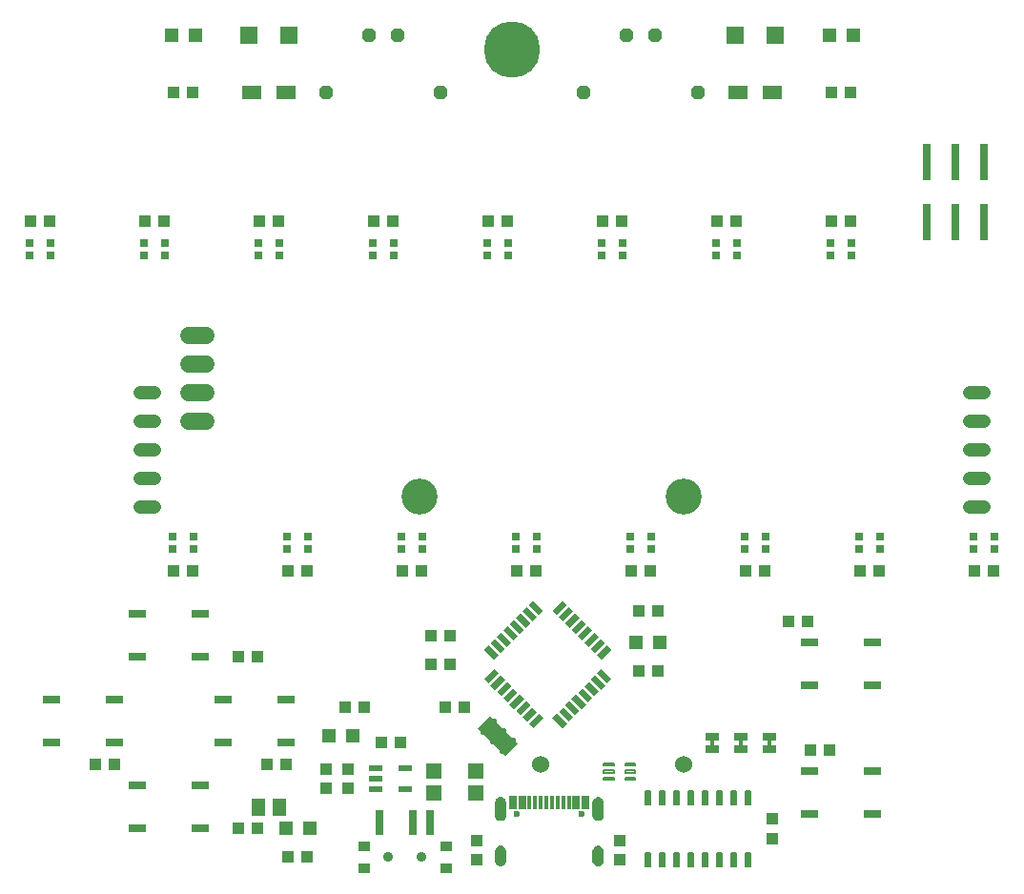
<source format=gbr>
G04 EAGLE Gerber RS-274X export*
G75*
%MOMM*%
%FSLAX34Y34*%
%LPD*%
%INSoldermask Top*%
%IPPOS*%
%AMOC8*
5,1,8,0,0,1.08239X$1,22.5*%
G01*
%ADD10C,5.000000*%
%ADD11R,1.100000X1.000000*%
%ADD12R,1.075000X1.000000*%
%ADD13R,1.240000X1.500000*%
%ADD14R,1.200000X1.200000*%
%ADD15R,1.400000X1.400000*%
%ADD16C,0.450000*%
%ADD17R,3.495041X1.534159*%
%ADD18R,1.000000X1.075000*%
%ADD19R,1.524000X0.762000*%
%ADD20C,1.219200*%
%ADD21R,1.270000X0.558800*%
%ADD22R,0.558800X1.270000*%
%ADD23R,0.700000X0.700000*%
%ADD24R,1.200000X0.550000*%
%ADD25R,0.762000X2.209800*%
%ADD26R,0.990600X0.812800*%
%ADD27C,0.900000*%
%ADD28C,1.524000*%
%ADD29C,3.200000*%
%ADD30C,0.155000*%
%ADD31C,0.195000*%
%ADD32C,1.524000*%
%ADD33R,1.270000X0.660400*%
%ADD34P,1.319650X8X202.500000*%
%ADD35P,1.319650X8X22.500000*%
%ADD36R,1.500000X1.500000*%
%ADD37R,1.800000X1.200000*%
%ADD38R,1.000000X1.100000*%
%ADD39R,0.400000X1.240000*%
%ADD40R,0.700000X1.240000*%
%ADD41C,0.600000*%
%ADD42R,0.736600X3.251200*%

G36*
X521888Y51596D02*
X521888Y51596D01*
X521894Y51602D01*
X521899Y51599D01*
X522956Y51969D01*
X522960Y51976D01*
X522966Y51973D01*
X523914Y52569D01*
X523917Y52577D01*
X523922Y52576D01*
X524714Y53368D01*
X524715Y53376D01*
X524721Y53376D01*
X525317Y54324D01*
X525316Y54333D01*
X525321Y54334D01*
X525691Y55391D01*
X525690Y55395D01*
X525692Y55397D01*
X525690Y55400D01*
X525694Y55402D01*
X525819Y56515D01*
X525817Y56518D01*
X525819Y56520D01*
X525819Y67520D01*
X525817Y67523D01*
X525819Y67526D01*
X525694Y68638D01*
X525688Y68644D01*
X525691Y68649D01*
X525321Y69706D01*
X525315Y69710D01*
X525317Y69716D01*
X524721Y70664D01*
X524713Y70667D01*
X524714Y70672D01*
X523922Y71464D01*
X523914Y71465D01*
X523914Y71471D01*
X522966Y72067D01*
X522957Y72066D01*
X522956Y72071D01*
X521899Y72441D01*
X521891Y72439D01*
X521888Y72444D01*
X520776Y72569D01*
X520769Y72565D01*
X520765Y72569D01*
X519662Y72456D01*
X519657Y72451D01*
X519655Y72451D01*
X519652Y72454D01*
X518602Y72098D01*
X518597Y72091D01*
X518592Y72093D01*
X517647Y71513D01*
X517644Y71506D01*
X517638Y71506D01*
X516847Y70731D01*
X516845Y70722D01*
X516840Y70722D01*
X516240Y69789D01*
X516241Y69781D01*
X516236Y69780D01*
X515859Y68737D01*
X515861Y68729D01*
X515856Y68726D01*
X515721Y67626D01*
X515723Y67622D01*
X515721Y67620D01*
X515721Y56620D01*
X515723Y56617D01*
X515721Y56615D01*
X515837Y55490D01*
X515842Y55484D01*
X515839Y55479D01*
X516202Y54408D01*
X516209Y54404D01*
X516206Y54398D01*
X516799Y53435D01*
X516806Y53432D01*
X516805Y53426D01*
X517597Y52618D01*
X517605Y52617D01*
X517606Y52612D01*
X518557Y52000D01*
X518565Y52001D01*
X518567Y51996D01*
X519631Y51611D01*
X519639Y51614D01*
X519642Y51609D01*
X520764Y51471D01*
X520771Y51475D01*
X520776Y51471D01*
X521888Y51596D01*
G37*
G36*
X435388Y51596D02*
X435388Y51596D01*
X435394Y51602D01*
X435399Y51599D01*
X436456Y51969D01*
X436460Y51976D01*
X436466Y51973D01*
X437414Y52569D01*
X437417Y52577D01*
X437422Y52576D01*
X438214Y53368D01*
X438215Y53376D01*
X438221Y53376D01*
X438817Y54324D01*
X438816Y54333D01*
X438821Y54334D01*
X439191Y55391D01*
X439190Y55395D01*
X439192Y55397D01*
X439190Y55400D01*
X439194Y55402D01*
X439319Y56515D01*
X439317Y56518D01*
X439319Y56520D01*
X439319Y67520D01*
X439317Y67523D01*
X439319Y67526D01*
X439194Y68638D01*
X439188Y68644D01*
X439191Y68649D01*
X438821Y69706D01*
X438815Y69710D01*
X438817Y69716D01*
X438221Y70664D01*
X438213Y70667D01*
X438214Y70672D01*
X437422Y71464D01*
X437414Y71465D01*
X437414Y71471D01*
X436466Y72067D01*
X436457Y72066D01*
X436456Y72071D01*
X435399Y72441D01*
X435391Y72439D01*
X435388Y72444D01*
X434276Y72569D01*
X434268Y72565D01*
X434265Y72569D01*
X433152Y72444D01*
X433146Y72438D01*
X433141Y72441D01*
X432084Y72071D01*
X432080Y72065D01*
X432074Y72067D01*
X431126Y71471D01*
X431123Y71463D01*
X431118Y71464D01*
X430326Y70672D01*
X430325Y70664D01*
X430319Y70664D01*
X429723Y69716D01*
X429724Y69709D01*
X429720Y69707D01*
X429720Y69706D01*
X429719Y69706D01*
X429349Y68649D01*
X429351Y68641D01*
X429346Y68638D01*
X429221Y67526D01*
X429223Y67522D01*
X429221Y67520D01*
X429221Y56520D01*
X429223Y56517D01*
X429221Y56515D01*
X429346Y55402D01*
X429352Y55396D01*
X429349Y55391D01*
X429719Y54334D01*
X429726Y54330D01*
X429723Y54324D01*
X430319Y53376D01*
X430327Y53373D01*
X430326Y53368D01*
X431118Y52576D01*
X431126Y52575D01*
X431126Y52569D01*
X432074Y51973D01*
X432083Y51974D01*
X432084Y51969D01*
X433141Y51599D01*
X433149Y51601D01*
X433152Y51596D01*
X434265Y51471D01*
X434272Y51475D01*
X434276Y51471D01*
X435388Y51596D01*
G37*
G36*
X435388Y11396D02*
X435388Y11396D01*
X435394Y11402D01*
X435399Y11399D01*
X436456Y11769D01*
X436460Y11776D01*
X436466Y11773D01*
X437414Y12369D01*
X437417Y12377D01*
X437422Y12376D01*
X438214Y13168D01*
X438215Y13176D01*
X438221Y13176D01*
X438817Y14124D01*
X438816Y14133D01*
X438821Y14134D01*
X439191Y15191D01*
X439190Y15195D01*
X439192Y15197D01*
X439190Y15200D01*
X439194Y15202D01*
X439319Y16315D01*
X439317Y16318D01*
X439319Y16320D01*
X439319Y24320D01*
X439317Y24323D01*
X439319Y24326D01*
X439194Y25438D01*
X439188Y25444D01*
X439191Y25449D01*
X438821Y26506D01*
X438815Y26510D01*
X438817Y26516D01*
X438221Y27464D01*
X438213Y27467D01*
X438214Y27472D01*
X437422Y28264D01*
X437414Y28265D01*
X437414Y28271D01*
X436466Y28867D01*
X436457Y28866D01*
X436456Y28871D01*
X435399Y29241D01*
X435391Y29239D01*
X435388Y29244D01*
X434276Y29369D01*
X434268Y29365D01*
X434265Y29369D01*
X433152Y29244D01*
X433146Y29238D01*
X433141Y29241D01*
X432084Y28871D01*
X432080Y28865D01*
X432074Y28867D01*
X431126Y28271D01*
X431123Y28263D01*
X431118Y28264D01*
X430326Y27472D01*
X430325Y27464D01*
X430319Y27464D01*
X429723Y26516D01*
X429724Y26507D01*
X429719Y26506D01*
X429349Y25449D01*
X429351Y25441D01*
X429346Y25438D01*
X429221Y24326D01*
X429223Y24322D01*
X429221Y24320D01*
X429221Y16320D01*
X429223Y16317D01*
X429221Y16315D01*
X429346Y15202D01*
X429352Y15196D01*
X429349Y15191D01*
X429719Y14134D01*
X429726Y14130D01*
X429723Y14124D01*
X430319Y13176D01*
X430327Y13173D01*
X430326Y13168D01*
X431118Y12376D01*
X431126Y12375D01*
X431126Y12369D01*
X432074Y11773D01*
X432083Y11774D01*
X432084Y11769D01*
X433141Y11399D01*
X433149Y11401D01*
X433152Y11396D01*
X434265Y11271D01*
X434272Y11275D01*
X434276Y11271D01*
X435388Y11396D01*
G37*
G36*
X521888Y11396D02*
X521888Y11396D01*
X521894Y11402D01*
X521899Y11399D01*
X522956Y11769D01*
X522960Y11776D01*
X522966Y11773D01*
X523914Y12369D01*
X523917Y12377D01*
X523922Y12376D01*
X524714Y13168D01*
X524715Y13176D01*
X524721Y13176D01*
X525317Y14124D01*
X525316Y14133D01*
X525321Y14134D01*
X525691Y15191D01*
X525690Y15195D01*
X525692Y15197D01*
X525690Y15200D01*
X525694Y15202D01*
X525819Y16315D01*
X525817Y16318D01*
X525819Y16320D01*
X525819Y24320D01*
X525817Y24323D01*
X525819Y24326D01*
X525694Y25438D01*
X525688Y25444D01*
X525691Y25449D01*
X525321Y26506D01*
X525315Y26510D01*
X525317Y26516D01*
X524721Y27464D01*
X524713Y27467D01*
X524714Y27472D01*
X523922Y28264D01*
X523914Y28265D01*
X523914Y28271D01*
X522966Y28867D01*
X522957Y28866D01*
X522956Y28871D01*
X521899Y29241D01*
X521891Y29239D01*
X521888Y29244D01*
X520776Y29369D01*
X520768Y29365D01*
X520765Y29369D01*
X519652Y29244D01*
X519646Y29238D01*
X519641Y29241D01*
X518584Y28871D01*
X518580Y28865D01*
X518574Y28867D01*
X517626Y28271D01*
X517623Y28263D01*
X517618Y28264D01*
X516826Y27472D01*
X516825Y27464D01*
X516819Y27464D01*
X516223Y26516D01*
X516224Y26507D01*
X516219Y26506D01*
X515849Y25449D01*
X515851Y25441D01*
X515846Y25438D01*
X515721Y24326D01*
X515723Y24322D01*
X515721Y24320D01*
X515721Y16320D01*
X515723Y16317D01*
X515721Y16315D01*
X515846Y15202D01*
X515852Y15196D01*
X515849Y15191D01*
X516219Y14134D01*
X516226Y14130D01*
X516223Y14124D01*
X516819Y13176D01*
X516827Y13173D01*
X516826Y13168D01*
X517618Y12376D01*
X517626Y12375D01*
X517626Y12369D01*
X518574Y11773D01*
X518583Y11774D01*
X518584Y11769D01*
X519641Y11399D01*
X519649Y11401D01*
X519652Y11396D01*
X520765Y11271D01*
X520772Y11275D01*
X520776Y11271D01*
X521888Y11396D01*
G37*
G36*
X623635Y118122D02*
X623635Y118122D01*
X623701Y118124D01*
X623744Y118142D01*
X623791Y118150D01*
X623848Y118184D01*
X623908Y118209D01*
X623943Y118240D01*
X623984Y118265D01*
X624026Y118316D01*
X624074Y118360D01*
X624096Y118402D01*
X624125Y118439D01*
X624146Y118501D01*
X624177Y118560D01*
X624185Y118614D01*
X624197Y118651D01*
X624196Y118691D01*
X624204Y118745D01*
X624204Y122555D01*
X624193Y122620D01*
X624191Y122686D01*
X624173Y122729D01*
X624165Y122776D01*
X624131Y122833D01*
X624106Y122893D01*
X624075Y122928D01*
X624050Y122969D01*
X623999Y123011D01*
X623955Y123059D01*
X623913Y123081D01*
X623876Y123110D01*
X623814Y123131D01*
X623755Y123162D01*
X623701Y123170D01*
X623664Y123182D01*
X623624Y123181D01*
X623570Y123189D01*
X621030Y123189D01*
X620965Y123178D01*
X620899Y123176D01*
X620856Y123158D01*
X620809Y123150D01*
X620752Y123116D01*
X620692Y123091D01*
X620657Y123060D01*
X620616Y123035D01*
X620575Y122984D01*
X620526Y122940D01*
X620504Y122898D01*
X620475Y122861D01*
X620454Y122799D01*
X620423Y122740D01*
X620415Y122686D01*
X620403Y122649D01*
X620403Y122645D01*
X620403Y122644D01*
X620404Y122609D01*
X620396Y122555D01*
X620396Y118745D01*
X620407Y118680D01*
X620409Y118614D01*
X620427Y118571D01*
X620435Y118524D01*
X620469Y118467D01*
X620494Y118407D01*
X620525Y118372D01*
X620550Y118331D01*
X620601Y118290D01*
X620645Y118241D01*
X620687Y118219D01*
X620724Y118190D01*
X620786Y118169D01*
X620845Y118138D01*
X620899Y118130D01*
X620936Y118118D01*
X620976Y118119D01*
X621030Y118111D01*
X623570Y118111D01*
X623635Y118122D01*
G37*
G36*
X674435Y118122D02*
X674435Y118122D01*
X674501Y118124D01*
X674544Y118142D01*
X674591Y118150D01*
X674648Y118184D01*
X674708Y118209D01*
X674743Y118240D01*
X674784Y118265D01*
X674826Y118316D01*
X674874Y118360D01*
X674896Y118402D01*
X674925Y118439D01*
X674946Y118501D01*
X674977Y118560D01*
X674985Y118614D01*
X674997Y118651D01*
X674996Y118691D01*
X675004Y118745D01*
X675004Y122555D01*
X674993Y122620D01*
X674991Y122686D01*
X674973Y122729D01*
X674965Y122776D01*
X674931Y122833D01*
X674906Y122893D01*
X674875Y122928D01*
X674850Y122969D01*
X674799Y123011D01*
X674755Y123059D01*
X674713Y123081D01*
X674676Y123110D01*
X674614Y123131D01*
X674555Y123162D01*
X674501Y123170D01*
X674464Y123182D01*
X674424Y123181D01*
X674370Y123189D01*
X671830Y123189D01*
X671765Y123178D01*
X671699Y123176D01*
X671656Y123158D01*
X671609Y123150D01*
X671552Y123116D01*
X671492Y123091D01*
X671457Y123060D01*
X671416Y123035D01*
X671375Y122984D01*
X671326Y122940D01*
X671304Y122898D01*
X671275Y122861D01*
X671254Y122799D01*
X671223Y122740D01*
X671215Y122686D01*
X671203Y122649D01*
X671203Y122645D01*
X671203Y122644D01*
X671204Y122609D01*
X671196Y122555D01*
X671196Y118745D01*
X671207Y118680D01*
X671209Y118614D01*
X671227Y118571D01*
X671235Y118524D01*
X671269Y118467D01*
X671294Y118407D01*
X671325Y118372D01*
X671350Y118331D01*
X671401Y118290D01*
X671445Y118241D01*
X671487Y118219D01*
X671524Y118190D01*
X671586Y118169D01*
X671645Y118138D01*
X671699Y118130D01*
X671736Y118118D01*
X671776Y118119D01*
X671830Y118111D01*
X674370Y118111D01*
X674435Y118122D01*
G37*
G36*
X649035Y118122D02*
X649035Y118122D01*
X649101Y118124D01*
X649144Y118142D01*
X649191Y118150D01*
X649248Y118184D01*
X649308Y118209D01*
X649343Y118240D01*
X649384Y118265D01*
X649426Y118316D01*
X649474Y118360D01*
X649496Y118402D01*
X649525Y118439D01*
X649546Y118501D01*
X649577Y118560D01*
X649585Y118614D01*
X649597Y118651D01*
X649596Y118691D01*
X649604Y118745D01*
X649604Y122555D01*
X649593Y122620D01*
X649591Y122686D01*
X649573Y122729D01*
X649565Y122776D01*
X649531Y122833D01*
X649506Y122893D01*
X649475Y122928D01*
X649450Y122969D01*
X649399Y123011D01*
X649355Y123059D01*
X649313Y123081D01*
X649276Y123110D01*
X649214Y123131D01*
X649155Y123162D01*
X649101Y123170D01*
X649064Y123182D01*
X649024Y123181D01*
X648970Y123189D01*
X646430Y123189D01*
X646365Y123178D01*
X646299Y123176D01*
X646256Y123158D01*
X646209Y123150D01*
X646152Y123116D01*
X646092Y123091D01*
X646057Y123060D01*
X646016Y123035D01*
X645975Y122984D01*
X645926Y122940D01*
X645904Y122898D01*
X645875Y122861D01*
X645854Y122799D01*
X645823Y122740D01*
X645815Y122686D01*
X645803Y122649D01*
X645803Y122645D01*
X645803Y122644D01*
X645804Y122609D01*
X645796Y122555D01*
X645796Y118745D01*
X645807Y118680D01*
X645809Y118614D01*
X645827Y118571D01*
X645835Y118524D01*
X645869Y118467D01*
X645894Y118407D01*
X645925Y118372D01*
X645950Y118331D01*
X646001Y118290D01*
X646045Y118241D01*
X646087Y118219D01*
X646124Y118190D01*
X646186Y118169D01*
X646245Y118138D01*
X646299Y118130D01*
X646336Y118118D01*
X646376Y118119D01*
X646430Y118111D01*
X648970Y118111D01*
X649035Y118122D01*
G37*
D10*
X444500Y736600D03*
D11*
X573650Y237490D03*
X556650Y237490D03*
X389500Y215900D03*
X372500Y215900D03*
D12*
X296300Y152400D03*
X313300Y152400D03*
D13*
X219100Y63500D03*
X238100Y63500D03*
D11*
X385200Y152400D03*
X402200Y152400D03*
D14*
X281600Y127000D03*
X302600Y127000D03*
D15*
X375200Y95250D03*
X412200Y95250D03*
D14*
X243500Y44450D03*
X264500Y44450D03*
D16*
X418171Y130341D02*
X428459Y140629D01*
X436944Y132144D02*
X426656Y121856D01*
X435141Y113371D02*
X445429Y123659D01*
D17*
G36*
X438696Y109220D02*
X413984Y133932D01*
X424832Y144780D01*
X449544Y120068D01*
X438696Y109220D01*
G37*
D12*
X245500Y19050D03*
X262500Y19050D03*
D18*
X279400Y97400D03*
X279400Y80400D03*
D11*
X389500Y190500D03*
X372500Y190500D03*
X556650Y184150D03*
X573650Y184150D03*
D18*
X298450Y80400D03*
X298450Y97400D03*
D19*
X764540Y171450D03*
X708660Y171450D03*
X764540Y209550D03*
X708660Y209550D03*
X764540Y57150D03*
X708660Y57150D03*
X764540Y95250D03*
X708660Y95250D03*
X111760Y234950D03*
X167640Y234950D03*
X111760Y196850D03*
X167640Y196850D03*
X111760Y82550D03*
X167640Y82550D03*
X111760Y44450D03*
X167640Y44450D03*
X35560Y158750D03*
X91440Y158750D03*
X35560Y120650D03*
X91440Y120650D03*
X187960Y158750D03*
X243840Y158750D03*
X187960Y120650D03*
X243840Y120650D03*
D20*
X851154Y431800D02*
X863346Y431800D01*
X863346Y406400D02*
X851154Y406400D01*
X851154Y381000D02*
X863346Y381000D01*
X863346Y355600D02*
X851154Y355600D01*
X851154Y330200D02*
X863346Y330200D01*
X126746Y330200D02*
X114554Y330200D01*
X114554Y355600D02*
X126746Y355600D01*
X126746Y381000D02*
X114554Y381000D01*
X114554Y406400D02*
X126746Y406400D01*
X126746Y431800D02*
X114554Y431800D01*
D21*
G36*
X432563Y182460D02*
X423584Y173481D01*
X419633Y177432D01*
X428612Y186411D01*
X432563Y182460D01*
G37*
G36*
X438220Y176803D02*
X429241Y167824D01*
X425290Y171775D01*
X434269Y180754D01*
X438220Y176803D01*
G37*
G36*
X443876Y171146D02*
X434897Y162167D01*
X430946Y166118D01*
X439925Y175097D01*
X443876Y171146D01*
G37*
G36*
X449533Y165489D02*
X440554Y156510D01*
X436603Y160461D01*
X445582Y169440D01*
X449533Y165489D01*
G37*
G36*
X455190Y159832D02*
X446211Y150853D01*
X442260Y154804D01*
X451239Y163783D01*
X455190Y159832D01*
G37*
G36*
X460847Y154175D02*
X451868Y145196D01*
X447917Y149147D01*
X456896Y158126D01*
X460847Y154175D01*
G37*
G36*
X466504Y148519D02*
X457525Y139540D01*
X453574Y143491D01*
X462553Y152470D01*
X466504Y148519D01*
G37*
G36*
X472161Y142862D02*
X463182Y133883D01*
X459231Y137834D01*
X468210Y146813D01*
X472161Y142862D01*
G37*
D22*
G36*
X493269Y137834D02*
X489318Y133883D01*
X480339Y142862D01*
X484290Y146813D01*
X493269Y137834D01*
G37*
G36*
X498926Y143491D02*
X494975Y139540D01*
X485996Y148519D01*
X489947Y152470D01*
X498926Y143491D01*
G37*
G36*
X504583Y149147D02*
X500632Y145196D01*
X491653Y154175D01*
X495604Y158126D01*
X504583Y149147D01*
G37*
G36*
X510240Y154804D02*
X506289Y150853D01*
X497310Y159832D01*
X501261Y163783D01*
X510240Y154804D01*
G37*
G36*
X515897Y160461D02*
X511946Y156510D01*
X502967Y165489D01*
X506918Y169440D01*
X515897Y160461D01*
G37*
G36*
X521554Y166118D02*
X517603Y162167D01*
X508624Y171146D01*
X512575Y175097D01*
X521554Y166118D01*
G37*
G36*
X527210Y171775D02*
X523259Y167824D01*
X514280Y176803D01*
X518231Y180754D01*
X527210Y171775D01*
G37*
G36*
X532867Y177432D02*
X528916Y173481D01*
X519937Y182460D01*
X523888Y186411D01*
X532867Y177432D01*
G37*
D21*
G36*
X532867Y203568D02*
X523888Y194589D01*
X519937Y198540D01*
X528916Y207519D01*
X532867Y203568D01*
G37*
G36*
X527210Y209225D02*
X518231Y200246D01*
X514280Y204197D01*
X523259Y213176D01*
X527210Y209225D01*
G37*
G36*
X521554Y214882D02*
X512575Y205903D01*
X508624Y209854D01*
X517603Y218833D01*
X521554Y214882D01*
G37*
G36*
X515897Y220539D02*
X506918Y211560D01*
X502967Y215511D01*
X511946Y224490D01*
X515897Y220539D01*
G37*
G36*
X510240Y226196D02*
X501261Y217217D01*
X497310Y221168D01*
X506289Y230147D01*
X510240Y226196D01*
G37*
G36*
X504583Y231853D02*
X495604Y222874D01*
X491653Y226825D01*
X500632Y235804D01*
X504583Y231853D01*
G37*
G36*
X498926Y237509D02*
X489947Y228530D01*
X485996Y232481D01*
X494975Y241460D01*
X498926Y237509D01*
G37*
G36*
X493269Y243166D02*
X484290Y234187D01*
X480339Y238138D01*
X489318Y247117D01*
X493269Y243166D01*
G37*
D22*
G36*
X472161Y238138D02*
X468210Y234187D01*
X459231Y243166D01*
X463182Y247117D01*
X472161Y238138D01*
G37*
G36*
X466504Y232481D02*
X462553Y228530D01*
X453574Y237509D01*
X457525Y241460D01*
X466504Y232481D01*
G37*
G36*
X460847Y226825D02*
X456896Y222874D01*
X447917Y231853D01*
X451868Y235804D01*
X460847Y226825D01*
G37*
G36*
X455190Y221168D02*
X451239Y217217D01*
X442260Y226196D01*
X446211Y230147D01*
X455190Y221168D01*
G37*
G36*
X449533Y215511D02*
X445582Y211560D01*
X436603Y220539D01*
X440554Y224490D01*
X449533Y215511D01*
G37*
G36*
X443876Y209854D02*
X439925Y205903D01*
X430946Y214882D01*
X434897Y218833D01*
X443876Y209854D01*
G37*
G36*
X438220Y204197D02*
X434269Y200246D01*
X425290Y209225D01*
X429241Y213176D01*
X438220Y204197D01*
G37*
G36*
X432563Y198540D02*
X428612Y194589D01*
X419633Y203568D01*
X423584Y207519D01*
X432563Y198540D01*
G37*
D23*
X321050Y564300D03*
X321050Y553300D03*
X339350Y553300D03*
X339350Y564300D03*
X422650Y564300D03*
X422650Y553300D03*
X440950Y553300D03*
X440950Y564300D03*
X524250Y564300D03*
X524250Y553300D03*
X542550Y553300D03*
X542550Y564300D03*
X625850Y564300D03*
X625850Y553300D03*
X644150Y553300D03*
X644150Y564300D03*
X727450Y564300D03*
X727450Y553300D03*
X745750Y553300D03*
X745750Y564300D03*
X872750Y292950D03*
X872750Y303950D03*
X854450Y303950D03*
X854450Y292950D03*
X771150Y292950D03*
X771150Y303950D03*
X752850Y303950D03*
X752850Y292950D03*
X669550Y292950D03*
X669550Y303950D03*
X651250Y303950D03*
X651250Y292950D03*
X567950Y292950D03*
X567950Y303950D03*
X549650Y303950D03*
X549650Y292950D03*
X466350Y292950D03*
X466350Y303950D03*
X448050Y303950D03*
X448050Y292950D03*
D24*
X323549Y98400D03*
X323549Y88900D03*
X323549Y79400D03*
X349551Y79400D03*
X349551Y98400D03*
D23*
X364750Y292950D03*
X364750Y303950D03*
X346450Y303950D03*
X346450Y292950D03*
X16250Y564300D03*
X16250Y553300D03*
X34550Y553300D03*
X34550Y564300D03*
X117850Y564300D03*
X117850Y553300D03*
X136150Y553300D03*
X136150Y564300D03*
D25*
X371750Y50057D03*
X356750Y50057D03*
X326750Y50057D03*
D26*
X312750Y9400D03*
X312750Y28700D03*
X385750Y9400D03*
X385750Y28700D03*
D27*
X334264Y19050D03*
X364236Y19050D03*
D28*
X596900Y101600D03*
X469900Y101600D03*
D29*
X596900Y339090D03*
X361950Y339090D03*
D30*
X651725Y77725D02*
X651725Y66175D01*
X651725Y77725D02*
X656375Y77725D01*
X656375Y66175D01*
X651725Y66175D01*
X651725Y67647D02*
X656375Y67647D01*
X656375Y69119D02*
X651725Y69119D01*
X651725Y70591D02*
X656375Y70591D01*
X656375Y72063D02*
X651725Y72063D01*
X651725Y73535D02*
X656375Y73535D01*
X656375Y75007D02*
X651725Y75007D01*
X651725Y76479D02*
X656375Y76479D01*
X639025Y77725D02*
X639025Y66175D01*
X639025Y77725D02*
X643675Y77725D01*
X643675Y66175D01*
X639025Y66175D01*
X639025Y67647D02*
X643675Y67647D01*
X643675Y69119D02*
X639025Y69119D01*
X639025Y70591D02*
X643675Y70591D01*
X643675Y72063D02*
X639025Y72063D01*
X639025Y73535D02*
X643675Y73535D01*
X643675Y75007D02*
X639025Y75007D01*
X639025Y76479D02*
X643675Y76479D01*
X626325Y77725D02*
X626325Y66175D01*
X626325Y77725D02*
X630975Y77725D01*
X630975Y66175D01*
X626325Y66175D01*
X626325Y67647D02*
X630975Y67647D01*
X630975Y69119D02*
X626325Y69119D01*
X626325Y70591D02*
X630975Y70591D01*
X630975Y72063D02*
X626325Y72063D01*
X626325Y73535D02*
X630975Y73535D01*
X630975Y75007D02*
X626325Y75007D01*
X626325Y76479D02*
X630975Y76479D01*
X613625Y77725D02*
X613625Y66175D01*
X613625Y77725D02*
X618275Y77725D01*
X618275Y66175D01*
X613625Y66175D01*
X613625Y67647D02*
X618275Y67647D01*
X618275Y69119D02*
X613625Y69119D01*
X613625Y70591D02*
X618275Y70591D01*
X618275Y72063D02*
X613625Y72063D01*
X613625Y73535D02*
X618275Y73535D01*
X618275Y75007D02*
X613625Y75007D01*
X613625Y76479D02*
X618275Y76479D01*
X600925Y77725D02*
X600925Y66175D01*
X600925Y77725D02*
X605575Y77725D01*
X605575Y66175D01*
X600925Y66175D01*
X600925Y67647D02*
X605575Y67647D01*
X605575Y69119D02*
X600925Y69119D01*
X600925Y70591D02*
X605575Y70591D01*
X605575Y72063D02*
X600925Y72063D01*
X600925Y73535D02*
X605575Y73535D01*
X605575Y75007D02*
X600925Y75007D01*
X600925Y76479D02*
X605575Y76479D01*
X588225Y77725D02*
X588225Y66175D01*
X588225Y77725D02*
X592875Y77725D01*
X592875Y66175D01*
X588225Y66175D01*
X588225Y67647D02*
X592875Y67647D01*
X592875Y69119D02*
X588225Y69119D01*
X588225Y70591D02*
X592875Y70591D01*
X592875Y72063D02*
X588225Y72063D01*
X588225Y73535D02*
X592875Y73535D01*
X592875Y75007D02*
X588225Y75007D01*
X588225Y76479D02*
X592875Y76479D01*
X575525Y77725D02*
X575525Y66175D01*
X575525Y77725D02*
X580175Y77725D01*
X580175Y66175D01*
X575525Y66175D01*
X575525Y67647D02*
X580175Y67647D01*
X580175Y69119D02*
X575525Y69119D01*
X575525Y70591D02*
X580175Y70591D01*
X580175Y72063D02*
X575525Y72063D01*
X575525Y73535D02*
X580175Y73535D01*
X580175Y75007D02*
X575525Y75007D01*
X575525Y76479D02*
X580175Y76479D01*
X562825Y77725D02*
X562825Y66175D01*
X562825Y77725D02*
X567475Y77725D01*
X567475Y66175D01*
X562825Y66175D01*
X562825Y67647D02*
X567475Y67647D01*
X567475Y69119D02*
X562825Y69119D01*
X562825Y70591D02*
X567475Y70591D01*
X567475Y72063D02*
X562825Y72063D01*
X562825Y73535D02*
X567475Y73535D01*
X567475Y75007D02*
X562825Y75007D01*
X562825Y76479D02*
X567475Y76479D01*
X562825Y22725D02*
X562825Y11175D01*
X562825Y22725D02*
X567475Y22725D01*
X567475Y11175D01*
X562825Y11175D01*
X562825Y12647D02*
X567475Y12647D01*
X567475Y14119D02*
X562825Y14119D01*
X562825Y15591D02*
X567475Y15591D01*
X567475Y17063D02*
X562825Y17063D01*
X562825Y18535D02*
X567475Y18535D01*
X567475Y20007D02*
X562825Y20007D01*
X562825Y21479D02*
X567475Y21479D01*
X575525Y22725D02*
X575525Y11175D01*
X575525Y22725D02*
X580175Y22725D01*
X580175Y11175D01*
X575525Y11175D01*
X575525Y12647D02*
X580175Y12647D01*
X580175Y14119D02*
X575525Y14119D01*
X575525Y15591D02*
X580175Y15591D01*
X580175Y17063D02*
X575525Y17063D01*
X575525Y18535D02*
X580175Y18535D01*
X580175Y20007D02*
X575525Y20007D01*
X575525Y21479D02*
X580175Y21479D01*
X588225Y22725D02*
X588225Y11175D01*
X588225Y22725D02*
X592875Y22725D01*
X592875Y11175D01*
X588225Y11175D01*
X588225Y12647D02*
X592875Y12647D01*
X592875Y14119D02*
X588225Y14119D01*
X588225Y15591D02*
X592875Y15591D01*
X592875Y17063D02*
X588225Y17063D01*
X588225Y18535D02*
X592875Y18535D01*
X592875Y20007D02*
X588225Y20007D01*
X588225Y21479D02*
X592875Y21479D01*
X600925Y22725D02*
X600925Y11175D01*
X600925Y22725D02*
X605575Y22725D01*
X605575Y11175D01*
X600925Y11175D01*
X600925Y12647D02*
X605575Y12647D01*
X605575Y14119D02*
X600925Y14119D01*
X600925Y15591D02*
X605575Y15591D01*
X605575Y17063D02*
X600925Y17063D01*
X600925Y18535D02*
X605575Y18535D01*
X605575Y20007D02*
X600925Y20007D01*
X600925Y21479D02*
X605575Y21479D01*
X613625Y22725D02*
X613625Y11175D01*
X613625Y22725D02*
X618275Y22725D01*
X618275Y11175D01*
X613625Y11175D01*
X613625Y12647D02*
X618275Y12647D01*
X618275Y14119D02*
X613625Y14119D01*
X613625Y15591D02*
X618275Y15591D01*
X618275Y17063D02*
X613625Y17063D01*
X613625Y18535D02*
X618275Y18535D01*
X618275Y20007D02*
X613625Y20007D01*
X613625Y21479D02*
X618275Y21479D01*
X626325Y22725D02*
X626325Y11175D01*
X626325Y22725D02*
X630975Y22725D01*
X630975Y11175D01*
X626325Y11175D01*
X626325Y12647D02*
X630975Y12647D01*
X630975Y14119D02*
X626325Y14119D01*
X626325Y15591D02*
X630975Y15591D01*
X630975Y17063D02*
X626325Y17063D01*
X626325Y18535D02*
X630975Y18535D01*
X630975Y20007D02*
X626325Y20007D01*
X626325Y21479D02*
X630975Y21479D01*
X639025Y22725D02*
X639025Y11175D01*
X639025Y22725D02*
X643675Y22725D01*
X643675Y11175D01*
X639025Y11175D01*
X639025Y12647D02*
X643675Y12647D01*
X643675Y14119D02*
X639025Y14119D01*
X639025Y15591D02*
X643675Y15591D01*
X643675Y17063D02*
X639025Y17063D01*
X639025Y18535D02*
X643675Y18535D01*
X643675Y20007D02*
X639025Y20007D01*
X639025Y21479D02*
X643675Y21479D01*
X651725Y22725D02*
X651725Y11175D01*
X651725Y22725D02*
X656375Y22725D01*
X656375Y11175D01*
X651725Y11175D01*
X651725Y12647D02*
X656375Y12647D01*
X656375Y14119D02*
X651725Y14119D01*
X651725Y15591D02*
X656375Y15591D01*
X656375Y17063D02*
X651725Y17063D01*
X651725Y18535D02*
X656375Y18535D01*
X656375Y20007D02*
X651725Y20007D01*
X651725Y21479D02*
X656375Y21479D01*
D31*
X553425Y89725D02*
X544775Y89725D01*
X553425Y89725D02*
X553425Y87775D01*
X544775Y87775D01*
X544775Y89725D01*
X544775Y89627D02*
X553425Y89627D01*
X553425Y96225D02*
X544775Y96225D01*
X553425Y96225D02*
X553425Y94275D01*
X544775Y94275D01*
X544775Y96225D01*
X544775Y96127D02*
X553425Y96127D01*
X553425Y102725D02*
X544775Y102725D01*
X553425Y102725D02*
X553425Y100775D01*
X544775Y100775D01*
X544775Y102725D01*
X544775Y102627D02*
X553425Y102627D01*
X534725Y102725D02*
X526075Y102725D01*
X534725Y102725D02*
X534725Y100775D01*
X526075Y100775D01*
X526075Y102725D01*
X526075Y102627D02*
X534725Y102627D01*
X534725Y96225D02*
X526075Y96225D01*
X534725Y96225D02*
X534725Y94275D01*
X526075Y94275D01*
X526075Y96225D01*
X526075Y96127D02*
X534725Y96127D01*
X534725Y89725D02*
X526075Y89725D01*
X534725Y89725D02*
X534725Y87775D01*
X526075Y87775D01*
X526075Y89725D01*
X526075Y89627D02*
X534725Y89627D01*
D23*
X219450Y564300D03*
X219450Y553300D03*
X237750Y553300D03*
X237750Y564300D03*
D32*
X172720Y482600D02*
X157480Y482600D01*
X157480Y457200D02*
X172720Y457200D01*
X172720Y431800D02*
X157480Y431800D01*
X157480Y406400D02*
X172720Y406400D01*
D23*
X263150Y292950D03*
X263150Y303950D03*
X244850Y303950D03*
X244850Y292950D03*
X161550Y292950D03*
X161550Y303950D03*
X143250Y303950D03*
X143250Y292950D03*
D14*
X575650Y209550D03*
X554650Y209550D03*
D11*
X33900Y584200D03*
X16900Y584200D03*
X135500Y584200D03*
X118500Y584200D03*
X237100Y584200D03*
X220100Y584200D03*
X338700Y584200D03*
X321700Y584200D03*
X440300Y584200D03*
X423300Y584200D03*
X541900Y584200D03*
X524900Y584200D03*
X643500Y584200D03*
X626500Y584200D03*
X745100Y584200D03*
X728100Y584200D03*
X855100Y273050D03*
X872100Y273050D03*
X753500Y273050D03*
X770500Y273050D03*
X651900Y273050D03*
X668900Y273050D03*
X550300Y273050D03*
X567300Y273050D03*
X448700Y273050D03*
X465700Y273050D03*
X347100Y273050D03*
X364100Y273050D03*
X245500Y273050D03*
X262500Y273050D03*
X143900Y273050D03*
X160900Y273050D03*
D15*
X375200Y76200D03*
X412200Y76200D03*
D33*
X622300Y125857D03*
X622300Y115443D03*
X647700Y125857D03*
X647700Y115443D03*
X673100Y125857D03*
X673100Y115443D03*
D34*
X381000Y698500D03*
X279400Y698500D03*
X609600Y698500D03*
X508000Y698500D03*
D35*
X317500Y749300D03*
X342900Y749300D03*
X546100Y749300D03*
X571500Y749300D03*
D36*
X677900Y749300D03*
X642900Y749300D03*
X246100Y749300D03*
X211100Y749300D03*
D37*
X213610Y698500D03*
X243590Y698500D03*
X645410Y698500D03*
X675390Y698500D03*
D14*
X162900Y749300D03*
X141900Y749300D03*
D12*
X160900Y698500D03*
X143900Y698500D03*
D14*
X747100Y749300D03*
X726100Y749300D03*
D12*
X745100Y698500D03*
X728100Y698500D03*
D38*
X675640Y52950D03*
X675640Y35950D03*
D12*
X328050Y120650D03*
X345050Y120650D03*
D39*
X460020Y67820D03*
X465020Y67820D03*
X470020Y67820D03*
X495020Y67820D03*
X490020Y67820D03*
X485020Y67820D03*
X475020Y67820D03*
X480020Y67820D03*
D40*
X445520Y67820D03*
X509520Y67820D03*
X453520Y67820D03*
X501520Y67820D03*
D41*
X448620Y57120D03*
X506420Y57120D03*
D18*
X412750Y33900D03*
X412750Y16900D03*
X539750Y33900D03*
X539750Y16900D03*
D11*
X91050Y101600D03*
X74050Y101600D03*
X201050Y44450D03*
X218050Y44450D03*
X201050Y196850D03*
X218050Y196850D03*
X243450Y101600D03*
X226450Y101600D03*
X707000Y228600D03*
X690000Y228600D03*
X709050Y114300D03*
X726050Y114300D03*
D42*
X863600Y582930D03*
X863600Y636270D03*
X838200Y582930D03*
X838200Y636270D03*
X812800Y582930D03*
X812800Y636270D03*
M02*

</source>
